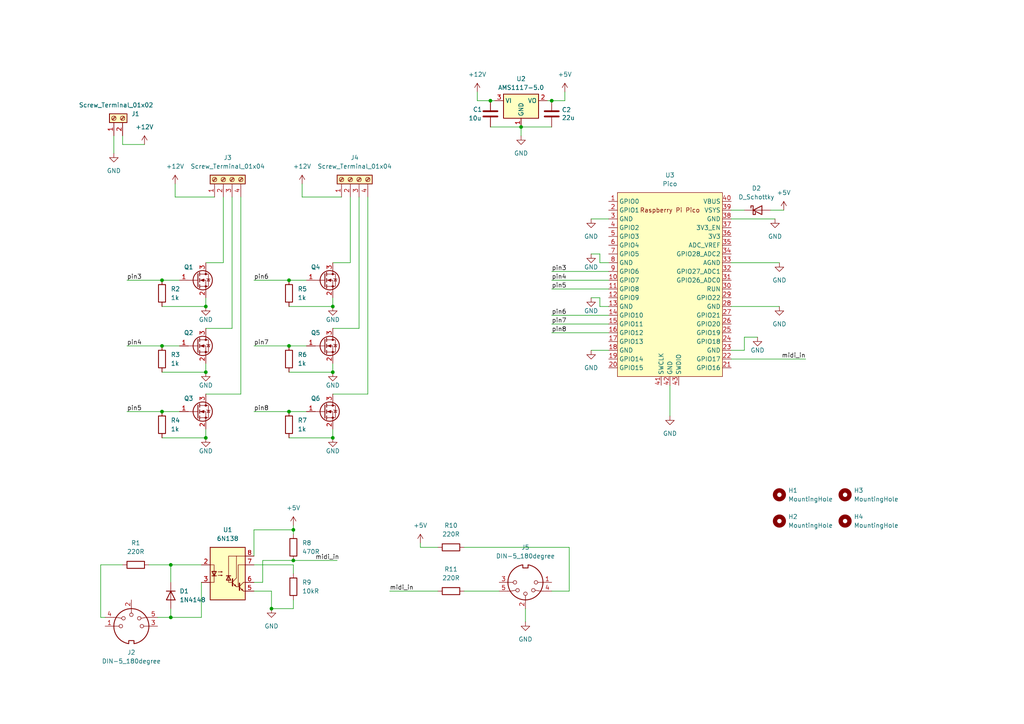
<source format=kicad_sch>
(kicad_sch (version 20230121) (generator eeschema)
  (paper "A4")
  (lib_symbols
    (symbol "Connector:DIN-5_180degree" (pin_names (offset 1.016))
      (property "Reference" "J" (at 3.175 5.715 0))
      (property "Value" "DIN-5_180degree" (at 0 -6.35 0))
      (symbol "DIN-5_180degree_0_1"
        (arc (start -5.08 0) (mid -3.8609 -3.3364) (end -0.762 -5.08) (stroke (width 0.254)))
        (circle (center -3.048 0) (radius 0.508))
        (circle (center -2.286 2.286) (radius 0.508))
        (polyline (pts (xy -5.08 0) (xy -3.556 0)))
        (polyline (pts (xy 0 5.08) (xy 0 3.81)))
        (polyline (pts (xy 5.08 0) (xy 3.556 0)))
        (polyline (pts (xy -5.08 2.54) (xy -4.318 2.54) (xy -2.794 2.286)))
        (polyline (pts (xy 5.08 2.54) (xy 4.318 2.54) (xy 2.794 2.286)))
        (polyline (pts (xy -0.762 -4.953) (xy -0.762 -4.191) (xy 0.762 -4.191) (xy 0.762 -4.953)) (stroke (width 0.254)))
        (circle (center 0 3.302) (radius 0.508))
        (arc (start 0.762 -5.08) (mid 3.8685 -3.343) (end 5.08 0) (stroke (width 0.254)))
        (circle (center 2.286 2.286) (radius 0.508))
        (circle (center 3.048 0) (radius 0.508))
        (arc (start 5.08 0) (mid 0 5.0579) (end -5.08 0) (stroke (width 0.254)))
      )
      (symbol "DIN-5_180degree_1_1"
        (pin passive line (at -7.62 0 0) (length 2.54) (name "~") (number "1"))
        (pin passive line (at 0 7.62 270) (length 2.54) (name "~") (number "2"))
        (pin passive line (at 7.62 0 180) (length 2.54) (name "~") (number "3"))
        (pin passive line (at -7.62 2.54 0) (length 2.54) (name "~") (number "4"))
        (pin passive line (at 7.62 2.54 180) (length 2.54) (name "~") (number "5"))
      )
    )
    (symbol "Connector:Screw_Terminal_01x02" (pin_names (offset 1.016) hide)
      (property "Reference" "J" (at 0 2.54 0))
      (property "Value" "Screw_Terminal_01x02" (at 0 -5.08 0))
      (symbol "Screw_Terminal_01x02_1_1"
        (rectangle (start -1.27 1.27) (end 1.27 -3.81) (stroke (width 0.254)) (fill (type background)))
        (circle (center 0 -2.54) (radius 0.635) (stroke (width 0.1524)))
        (polyline (pts (xy -0.5334 -2.2098) (xy 0.3302 -3.048)) (stroke (width 0.1524)))
        (polyline (pts (xy -0.5334 0.3302) (xy 0.3302 -0.508)) (stroke (width 0.1524)))
        (polyline (pts (xy -0.3556 -2.032) (xy 0.508 -2.8702)) (stroke (width 0.1524)))
        (polyline (pts (xy -0.3556 0.508) (xy 0.508 -0.3302)) (stroke (width 0.1524)))
        (circle (center 0 0) (radius 0.635) (stroke (width 0.1524)))
        (pin passive line (at -5.08 0 0) (length 3.81) (name "Pin_1") (number "1"))
        (pin passive line (at -5.08 -2.54 0) (length 3.81) (name "Pin_2") (number "2"))
      )
    )
    (symbol "Connector:Screw_Terminal_01x04" (pin_names (offset 1.016) hide)
      (property "Reference" "J" (at 0 5.08 0))
      (property "Value" "Screw_Terminal_01x04" (at 0 -7.62 0))
      (symbol "Screw_Terminal_01x04_1_1"
        (rectangle (start -1.27 3.81) (end 1.27 -6.35) (stroke (width 0.254)) (fill (type background)))
        (circle (center 0 -5.08) (radius 0.635) (stroke (width 0.1524)))
        (circle (center 0 -2.54) (radius 0.635) (stroke (width 0.1524)))
        (polyline (pts (xy -0.5334 -4.7498) (xy 0.3302 -5.588)) (stroke (width 0.1524)))
        (polyline (pts (xy -0.5334 -2.2098) (xy 0.3302 -3.048)) (stroke (width 0.1524)))
        (polyline (pts (xy -0.5334 0.3302) (xy 0.3302 -0.508)) (stroke (width 0.1524)))
        (polyline (pts (xy -0.5334 2.8702) (xy 0.3302 2.032)) (stroke (width 0.1524)))
        (polyline (pts (xy -0.3556 -4.572) (xy 0.508 -5.4102)) (stroke (width 0.1524)))
        (polyline (pts (xy -0.3556 -2.032) (xy 0.508 -2.8702)) (stroke (width 0.1524)))
        (polyline (pts (xy -0.3556 0.508) (xy 0.508 -0.3302)) (stroke (width 0.1524)))
        (polyline (pts (xy -0.3556 3.048) (xy 0.508 2.2098)) (stroke (width 0.1524)))
        (circle (center 0 0) (radius 0.635) (stroke (width 0.1524)))
        (circle (center 0 2.54) (radius 0.635) (stroke (width 0.1524)))
        (pin passive line (at -5.08 2.54 0) (length 3.81) (name "Pin_1") (number "1"))
        (pin passive line (at -5.08 0 0) (length 3.81) (name "Pin_2") (number "2"))
        (pin passive line (at -5.08 -2.54 0) (length 3.81) (name "Pin_3") (number "3"))
        (pin passive line (at -5.08 -5.08 0) (length 3.81) (name "Pin_4") (number "4"))
      )
    )
    (symbol "Device:D_Schottky" (pin_numbers hide) (pin_names (offset 1.016) hide)
      (property "Reference" "D" (at 0 2.54 0))
      (property "Value" "D_Schottky" (at 0 -2.54 0))
      (symbol "D_Schottky_0_1"
        (polyline (pts (xy 1.27 0) (xy -1.27 0)))
        (polyline (pts (xy 1.27 1.27) (xy 1.27 -1.27) (xy -1.27 0) (xy 1.27 1.27)) (stroke (width 0.254)))
        (polyline (pts (xy -1.905 0.635) (xy -1.905 1.27) (xy -1.27 1.27) (xy -1.27 -1.27) (xy -0.635 -1.27) (xy -0.635 -0.635)) (stroke (width 0.254)))
      )
      (symbol "D_Schottky_1_1"
        (pin passive line (at -3.81 0 0) (length 2.54) (name "K") (number "1"))
        (pin passive line (at 3.81 0 180) (length 2.54) (name "A") (number "2"))
      )
    )
    (symbol "Device:R" (pin_numbers hide) (pin_names (offset 0))
      (property "Reference" "R" (at 2.032 0 90))
      (property "Value" "R" (at 0 0 90))
      (symbol "R_0_1"
        (rectangle (start -1.016 -2.54) (end 1.016 2.54) (stroke (width 0.254)))
      )
      (symbol "R_1_1"
        (pin passive line (at 0 3.81 270) (length 1.27) (name "~") (number "1"))
        (pin passive line (at 0 -3.81 90) (length 1.27) (name "~") (number "2"))
      )
    )
    (symbol "Diode:1N4148" (pin_numbers hide) (pin_names hide)
      (property "Reference" "D" (at 0 2.54 0))
      (property "Value" "1N4148" (at 0 -2.54 0))
      (symbol "1N4148_0_1"
        (polyline (pts (xy -1.27 1.27) (xy -1.27 -1.27)) (stroke (width 0.254)))
        (polyline (pts (xy 1.27 0) (xy -1.27 0)))
        (polyline (pts (xy 1.27 1.27) (xy 1.27 -1.27) (xy -1.27 0) (xy 1.27 1.27)) (stroke (width 0.254)))
      )
      (symbol "1N4148_1_1"
        (pin passive line (at -3.81 0 0) (length 2.54) (name "K") (number "1"))
        (pin passive line (at 3.81 0 180) (length 2.54) (name "A") (number "2"))
      )
    )
    (symbol "Isolator:6N138" (pin_names (offset 1.016) hide)
      (property "Reference" "U" (at -4.064 8.89 0))
      (property "Value" "6N138" (at 2.286 8.89 0))
      (symbol "6N138_0_1"
        (rectangle (start -5.08 7.62) (end 5.08 -7.62) (stroke (width 0.254)) (fill (type background)))
        (polyline (pts (xy -4.572 -0.635) (xy -3.302 -0.635)) (stroke (width 0.254)))
        (polyline (pts (xy 0.889 -0.635) (xy -0.381 -0.635)) (stroke (width 0.254)))
        (polyline (pts (xy 1.397 -2.667) (xy 2.54 -3.81)))
        (polyline (pts (xy 1.397 -2.413) (xy 2.54 -1.27)))
        (polyline (pts (xy 2.54 -3.81) (xy 3.175 -3.81)))
        (polyline (pts (xy 3.429 -3.937) (xy 4.572 -5.08)))
        (polyline (pts (xy 3.429 -3.683) (xy 4.572 -2.54)))
        (polyline (pts (xy 4.572 -5.08) (xy 5.08 -5.08)))
        (polyline (pts (xy 4.572 -2.54) (xy 5.08 -2.54)))
        (polyline (pts (xy 1.397 -1.524) (xy 1.397 -3.556) (xy 1.397 -3.556)) (stroke (width 0.3556)))
        (polyline (pts (xy 2.54 -1.27) (xy 2.54 5.08) (xy 5.08 5.08)))
        (polyline (pts (xy 3.429 -2.794) (xy 3.429 -4.826) (xy 3.429 -4.826)) (stroke (width 0.3556)))
        (polyline (pts (xy 5.08 2.54) (xy 3.048 2.54) (xy 3.048 -3.81)))
        (polyline (pts (xy -5.08 -2.54) (xy -3.937 -2.54) (xy -3.937 2.54) (xy -5.08 2.54)))
        (polyline (pts (xy -3.937 -0.635) (xy -4.572 0.635) (xy -3.302 0.635) (xy -3.937 -0.635)) (stroke (width 0.254)))
        (polyline (pts (xy 0.254 -0.635) (xy 0.889 -1.905) (xy -0.381 -1.905) (xy 0.254 -0.635)) (stroke (width 0.254)))
        (polyline (pts (xy 1.27 -2.54) (xy 0.254 -2.54) (xy 0.254 5.08) (xy 2.54 5.08)))
        (polyline (pts (xy 2.413 -3.683) (xy 2.159 -3.175) (xy 1.905 -3.429) (xy 2.413 -3.683)))
        (polyline (pts (xy 4.445 -4.953) (xy 4.191 -4.445) (xy 3.937 -4.699) (xy 4.445 -4.953)))
        (polyline (pts (xy -2.794 -0.508) (xy -1.524 -0.508) (xy -1.905 -0.635) (xy -1.905 -0.381) (xy -1.524 -0.508)))
        (polyline (pts (xy -2.794 0.508) (xy -1.524 0.508) (xy -1.905 0.381) (xy -1.905 0.635) (xy -1.524 0.508)))
      )
      (symbol "6N138_1_1"
        (pin no_connect line (at -5.08 5.08 0) (length 2.54) hide (name "NC") (number "1"))
        (pin passive line (at -7.62 2.54 0) (length 2.54) (name "C1") (number "2"))
        (pin passive line (at -7.62 -2.54 0) (length 2.54) (name "C2") (number "3"))
        (pin no_connect line (at -5.08 -5.08 0) (length 2.54) hide (name "NC") (number "4"))
        (pin passive line (at 7.62 -5.08 180) (length 2.54) (name "GND") (number "5"))
        (pin passive line (at 7.62 -2.54 180) (length 2.54) (name "VO2") (number "6"))
        (pin passive line (at 7.62 2.54 180) (length 2.54) (name "VO1") (number "7"))
        (pin passive line (at 7.62 5.08 180) (length 2.54) (name "VCC") (number "8"))
      )
    )
    (symbol "MCU_RaspberryPi_and_Boards:Pico"
      (property "Reference" "U" (at -13.97 27.94 0))
      (property "Value" "Pico" (at 0 19.05 0))
      (symbol "Pico_0_0"
        (text "Raspberry Pi Pico" (at 0 21.59 0) (effects (font (size 1.27 1.27))))
      )
      (symbol "Pico_0_1"
        (rectangle (start -15.24 26.67) (end 15.24 -26.67) (fill (type background)))
      )
      (symbol "Pico_1_1"
        (pin bidirectional line (at -17.78 24.13 0) (length 2.54) (name "GPIO0") (number "1"))
        (pin bidirectional line (at -17.78 1.27 0) (length 2.54) (name "GPIO7") (number "10"))
        (pin bidirectional line (at -17.78 -1.27 0) (length 2.54) (name "GPIO8") (number "11"))
        (pin bidirectional line (at -17.78 -3.81 0) (length 2.54) (name "GPIO9") (number "12"))
        (pin power_in line (at -17.78 -6.35 0) (length 2.54) (name "GND") (number "13"))
        (pin bidirectional line (at -17.78 -8.89 0) (length 2.54) (name "GPIO10") (number "14"))
        (pin bidirectional line (at -17.78 -11.43 0) (length 2.54) (name "GPIO11") (number "15"))
        (pin bidirectional line (at -17.78 -13.97 0) (length 2.54) (name "GPIO12") (number "16"))
        (pin bidirectional line (at -17.78 -16.51 0) (length 2.54) (name "GPIO13") (number "17"))
        (pin power_in line (at -17.78 -19.05 0) (length 2.54) (name "GND") (number "18"))
        (pin bidirectional line (at -17.78 -21.59 0) (length 2.54) (name "GPIO14") (number "19"))
        (pin bidirectional line (at -17.78 21.59 0) (length 2.54) (name "GPIO1") (number "2"))
        (pin bidirectional line (at -17.78 -24.13 0) (length 2.54) (name "GPIO15") (number "20"))
        (pin bidirectional line (at 17.78 -24.13 180) (length 2.54) (name "GPIO16") (number "21"))
        (pin bidirectional line (at 17.78 -21.59 180) (length 2.54) (name "GPIO17") (number "22"))
        (pin power_in line (at 17.78 -19.05 180) (length 2.54) (name "GND") (number "23"))
        (pin bidirectional line (at 17.78 -16.51 180) (length 2.54) (name "GPIO18") (number "24"))
        (pin bidirectional line (at 17.78 -13.97 180) (length 2.54) (name "GPIO19") (number "25"))
        (pin bidirectional line (at 17.78 -11.43 180) (length 2.54) (name "GPIO20") (number "26"))
        (pin bidirectional line (at 17.78 -8.89 180) (length 2.54) (name "GPIO21") (number "27"))
        (pin power_in line (at 17.78 -6.35 180) (length 2.54) (name "GND") (number "28"))
        (pin bidirectional line (at 17.78 -3.81 180) (length 2.54) (name "GPIO22") (number "29"))
        (pin power_in line (at -17.78 19.05 0) (length 2.54) (name "GND") (number "3"))
        (pin input line (at 17.78 -1.27 180) (length 2.54) (name "RUN") (number "30"))
        (pin bidirectional line (at 17.78 1.27 180) (length 2.54) (name "GPIO26_ADC0") (number "31"))
        (pin bidirectional line (at 17.78 3.81 180) (length 2.54) (name "GPIO27_ADC1") (number "32"))
        (pin power_in line (at 17.78 6.35 180) (length 2.54) (name "AGND") (number "33"))
        (pin bidirectional line (at 17.78 8.89 180) (length 2.54) (name "GPIO28_ADC2") (number "34"))
        (pin power_in line (at 17.78 11.43 180) (length 2.54) (name "ADC_VREF") (number "35"))
        (pin power_in line (at 17.78 13.97 180) (length 2.54) (name "3V3") (number "36"))
        (pin input line (at 17.78 16.51 180) (length 2.54) (name "3V3_EN") (number "37"))
        (pin bidirectional line (at 17.78 19.05 180) (length 2.54) (name "GND") (number "38"))
        (pin power_in line (at 17.78 21.59 180) (length 2.54) (name "VSYS") (number "39"))
        (pin bidirectional line (at -17.78 16.51 0) (length 2.54) (name "GPIO2") (number "4"))
        (pin power_in line (at 17.78 24.13 180) (length 2.54) (name "VBUS") (number "40"))
        (pin input line (at -2.54 -29.21 90) (length 2.54) (name "SWCLK") (number "41"))
        (pin power_in line (at 0 -29.21 90) (length 2.54) (name "GND") (number "42"))
        (pin bidirectional line (at 2.54 -29.21 90) (length 2.54) (name "SWDIO") (number "43"))
        (pin bidirectional line (at -17.78 13.97 0) (length 2.54) (name "GPIO3") (number "5"))
        (pin bidirectional line (at -17.78 11.43 0) (length 2.54) (name "GPIO4") (number "6"))
        (pin bidirectional line (at -17.78 8.89 0) (length 2.54) (name "GPIO5") (number "7"))
        (pin power_in line (at -17.78 6.35 0) (length 2.54) (name "GND") (number "8"))
        (pin bidirectional line (at -17.78 3.81 0) (length 2.54) (name "GPIO6") (number "9"))
      )
    )
    (symbol "Mechanical:MountingHole" (pin_names (offset 1.016))
      (property "Reference" "H" (at 0 5.08 0))
      (property "Value" "MountingHole" (at 0 3.175 0))
      (symbol "MountingHole_0_1"
        (circle (center 0 0) (radius 1.27) (stroke (width 1.27)))
      )
    )
    (symbol "RP2040_minimal-rescue:C-Device" (pin_numbers hide) (pin_names (offset 0.254))
      (property "Reference" "C" (at 0.635 2.54 0))
      (property "Value" "Device_C" (at 0.635 -2.54 0))
      (symbol "C-Device_0_1"
        (polyline (pts (xy -2.032 -0.762) (xy 2.032 -0.762)) (stroke (width 0.508)))
        (polyline (pts (xy -2.032 0.762) (xy 2.032 0.762)) (stroke (width 0.508)))
      )
      (symbol "C-Device_1_1"
        (pin passive line (at 0 3.81 270) (length 2.794) (name "~") (number "1"))
        (pin passive line (at 0 -3.81 90) (length 2.794) (name "~") (number "2"))
      )
    )
    (symbol "Regulator_Linear:AMS1117-5.0"
      (property "Reference" "U" (at -3.81 3.175 0))
      (property "Value" "AMS1117-5.0" (at 0 3.175 0))
      (symbol "AMS1117-5.0_0_1"
        (rectangle (start -5.08 -5.08) (end 5.08 1.905) (stroke (width 0.254)) (fill (type background)))
      )
      (symbol "AMS1117-5.0_1_1"
        (pin power_in line (at 0 -7.62 90) (length 2.54) (name "GND") (number "1"))
        (pin power_out line (at 7.62 0 180) (length 2.54) (name "VO") (number "2"))
        (pin power_in line (at -7.62 0 0) (length 2.54) (name "VI") (number "3"))
      )
    )
    (symbol "Transistor_FET:AO3400A" (pin_names hide)
      (property "Reference" "Q" (at 5.08 1.905 0))
      (property "Value" "AO3400A" (at 5.08 0 0))
      (symbol "AO3400A_0_1"
        (polyline (pts (xy 0.254 0) (xy -2.54 0)))
        (polyline (pts (xy 0.254 1.905) (xy 0.254 -1.905)) (stroke (width 0.254)))
        (polyline (pts (xy 0.762 -1.27) (xy 0.762 -2.286)) (stroke (width 0.254)))
        (polyline (pts (xy 0.762 0.508) (xy 0.762 -0.508)) (stroke (width 0.254)))
        (polyline (pts (xy 0.762 2.286) (xy 0.762 1.27)) (stroke (width 0.254)))
        (polyline (pts (xy 2.54 2.54) (xy 2.54 1.778)))
        (polyline (pts (xy 2.54 -2.54) (xy 2.54 0) (xy 0.762 0)))
        (polyline (pts (xy 0.762 -1.778) (xy 3.302 -1.778) (xy 3.302 1.778) (xy 0.762 1.778)))
        (polyline (pts (xy 1.016 0) (xy 2.032 0.381) (xy 2.032 -0.381) (xy 1.016 0)) (fill (type outline)))
        (polyline (pts (xy 2.794 0.508) (xy 2.921 0.381) (xy 3.683 0.381) (xy 3.81 0.254)))
        (polyline (pts (xy 3.302 0.381) (xy 2.921 -0.254) (xy 3.683 -0.254) (xy 3.302 0.381)))
        (circle (center 1.651 0) (radius 2.794) (stroke (width 0.254)))
        (circle (center 2.54 -1.778) (radius 0.254) (fill (type outline)))
        (circle (center 2.54 1.778) (radius 0.254) (fill (type outline)))
      )
      (symbol "AO3400A_1_1"
        (pin input line (at -5.08 0 0) (length 2.54) (name "G") (number "1"))
        (pin passive line (at 2.54 -5.08 90) (length 2.54) (name "S") (number "2"))
        (pin passive line (at 2.54 5.08 270) (length 2.54) (name "D") (number "3"))
      )
    )
    (symbol "power:+12V" (power) (pin_names (offset 0))
      (property "Value" "+12V" (at 0 3.556 0))
      (symbol "+12V_0_1"
        (polyline (pts (xy -0.762 1.27) (xy 0 2.54)))
        (polyline (pts (xy 0 0) (xy 0 2.54)))
        (polyline (pts (xy 0 2.54) (xy 0.762 1.27)))
      )
      (symbol "+12V_1_1"
        (pin power_in line (at 0 0 90) (length 0) hide (name "+12V") (number "1"))
      )
    )
    (symbol "power:+5V" (power) (pin_names (offset 0))
      (property "Value" "+5V" (at 0 3.556 0))
      (symbol "+5V_0_1"
        (polyline (pts (xy -0.762 1.27) (xy 0 2.54)))
        (polyline (pts (xy 0 0) (xy 0 2.54)))
        (polyline (pts (xy 0 2.54) (xy 0.762 1.27)))
      )
      (symbol "+5V_1_1"
        (pin power_in line (at 0 0 90) (length 0) hide (name "+5V") (number "1"))
      )
    )
    (symbol "power:GND" (power) (pin_names (offset 0))
      (property "Value" "GND" (at 0 -3.81 0))
      (symbol "GND_0_1"
        (polyline (pts (xy 0 0) (xy 0 -1.27) (xy 1.27 -1.27) (xy 0 -2.54) (xy -1.27 -1.27) (xy 0 -1.27)))
      )
      (symbol "GND_1_1"
        (pin power_in line (at 0 0 270) (length 0) hide (name "GND") (number "1"))
      )
    )
  )
  (junction (at 96.52 127))
  (junction (at 85.09 153.67))
  (junction (at 96.52 107.95))
  (junction (at 78.74 176.53))
  (junction (at 59.69 127))
  (junction (at 142.24 29.21))
  (junction (at 151.13 36.83))
  (junction (at 49.53 163.83))
  (junction (at 46.99 100.33))
  (junction (at 160.02 29.21))
  (junction (at 83.82 100.33))
  (junction (at 46.99 81.28))
  (junction (at 59.69 88.9))
  (junction (at 49.53 179.07))
  (junction (at 85.09 162.56))
  (junction (at 46.99 119.38))
  (junction (at 96.52 88.9))
  (junction (at 83.82 119.38))
  (junction (at 83.82 81.28))
  (junction (at 59.69 107.95))
  (wire (pts (xy 173.99 86.36) (xy 173.99 88.9)))
  (wire (pts (xy 104.14 95.25) (xy 104.14 57.15)))
  (wire (pts (xy 41.91 41.91) (xy 35.56 41.91)))
  (wire (pts (xy 215.9 97.79) (xy 219.71 97.79)))
  (wire (pts (xy 73.66 119.38) (xy 83.82 119.38)))
  (wire (pts (xy 194.31 111.76) (xy 194.31 120.65)))
  (wire (pts (xy 160.02 81.28) (xy 176.53 81.28)))
  (wire (pts (xy 83.82 88.9) (xy 96.52 88.9)))
  (wire (pts (xy 121.92 157.48) (xy 121.92 158.75)))
  (wire (pts (xy 96.52 95.25) (xy 104.14 95.25)))
  (wire (pts (xy 36.83 100.33) (xy 46.99 100.33)))
  (wire (pts (xy 173.99 76.2) (xy 176.53 76.2)))
  (wire (pts (xy 59.69 86.36) (xy 59.69 88.9)))
  (wire (pts (xy 215.9 101.6) (xy 212.09 101.6)))
  (wire (pts (xy 46.99 100.33) (xy 52.07 100.33)))
  (wire (pts (xy 29.21 163.83) (xy 35.56 163.83)))
  (wire (pts (xy 163.83 26.67) (xy 163.83 29.21)))
  (wire (pts (xy 96.52 114.3) (xy 106.68 114.3)))
  (wire (pts (xy 212.09 60.96) (xy 215.9 60.96)))
  (wire (pts (xy 160.02 96.52) (xy 176.53 96.52)))
  (wire (pts (xy 134.62 158.75) (xy 165.1 158.75)))
  (wire (pts (xy 121.92 158.75) (xy 127 158.75)))
  (wire (pts (xy 171.45 86.36) (xy 173.99 86.36)))
  (wire (pts (xy 96.52 88.9) (xy 96.52 86.36)))
  (wire (pts (xy 50.8 57.15) (xy 62.23 57.15)))
  (wire (pts (xy 171.45 73.66) (xy 173.99 73.66)))
  (wire (pts (xy 160.02 83.82) (xy 176.53 83.82)))
  (wire (pts (xy 113.03 171.45) (xy 127 171.45)))
  (wire (pts (xy 83.82 127) (xy 96.52 127)))
  (wire (pts (xy 49.53 163.83) (xy 49.53 168.91)))
  (wire (pts (xy 83.82 107.95) (xy 96.52 107.95)))
  (wire (pts (xy 85.09 162.56) (xy 97.79 162.56)))
  (wire (pts (xy 134.62 171.45) (xy 144.78 171.45)))
  (wire (pts (xy 96.52 107.95) (xy 96.52 105.41)))
  (wire (pts (xy 76.2 168.91) (xy 76.2 162.56)))
  (wire (pts (xy 85.09 176.53) (xy 78.74 176.53)))
  (wire (pts (xy 58.42 179.07) (xy 58.42 168.91)))
  (wire (pts (xy 96.52 127) (xy 96.52 124.46)))
  (wire (pts (xy 50.8 57.15) (xy 50.8 53.34)))
  (wire (pts (xy 151.13 36.83) (xy 160.02 36.83)))
  (wire (pts (xy 46.99 127) (xy 59.69 127)))
  (wire (pts (xy 212.09 76.2) (xy 226.06 76.2)))
  (wire (pts (xy 96.52 76.2) (xy 101.6 76.2)))
  (wire (pts (xy 46.99 119.38) (xy 52.07 119.38)))
  (wire (pts (xy 49.53 176.53) (xy 49.53 179.07)))
  (wire (pts (xy 101.6 76.2) (xy 101.6 57.15)))
  (wire (pts (xy 142.24 36.83) (xy 151.13 36.83)))
  (wire (pts (xy 67.31 95.25) (xy 67.31 57.15)))
  (wire (pts (xy 73.66 163.83) (xy 85.09 163.83)))
  (wire (pts (xy 83.82 100.33) (xy 88.9 100.33)))
  (wire (pts (xy 160.02 29.21) (xy 163.83 29.21)))
  (wire (pts (xy 59.69 114.3) (xy 69.85 114.3)))
  (wire (pts (xy 73.66 100.33) (xy 83.82 100.33)))
  (wire (pts (xy 76.2 162.56) (xy 85.09 162.56)))
  (wire (pts (xy 215.9 97.79) (xy 215.9 101.6)))
  (wire (pts (xy 43.18 163.83) (xy 49.53 163.83)))
  (wire (pts (xy 36.83 81.28) (xy 46.99 81.28)))
  (wire (pts (xy 49.53 163.83) (xy 58.42 163.83)))
  (wire (pts (xy 171.45 63.5) (xy 176.53 63.5)))
  (wire (pts (xy 46.99 107.95) (xy 59.69 107.95)))
  (wire (pts (xy 59.69 107.95) (xy 59.69 105.41)))
  (wire (pts (xy 83.82 81.28) (xy 88.9 81.28)))
  (wire (pts (xy 106.68 114.3) (xy 106.68 57.15)))
  (wire (pts (xy 138.43 26.67) (xy 138.43 29.21)))
  (wire (pts (xy 85.09 152.4) (xy 85.09 153.67)))
  (wire (pts (xy 29.21 163.83) (xy 29.21 179.07)))
  (wire (pts (xy 142.24 29.21) (xy 143.51 29.21)))
  (wire (pts (xy 59.69 76.2) (xy 64.77 76.2)))
  (wire (pts (xy 212.09 63.5) (xy 224.79 63.5)))
  (wire (pts (xy 49.53 179.07) (xy 58.42 179.07)))
  (wire (pts (xy 160.02 78.74) (xy 176.53 78.74)))
  (wire (pts (xy 59.69 95.25) (xy 67.31 95.25)))
  (wire (pts (xy 33.02 39.37) (xy 33.02 44.45)))
  (wire (pts (xy 73.66 81.28) (xy 83.82 81.28)))
  (wire (pts (xy 85.09 153.67) (xy 85.09 154.94)))
  (wire (pts (xy 87.63 57.15) (xy 87.63 53.34)))
  (wire (pts (xy 73.66 161.29) (xy 73.66 153.67)))
  (wire (pts (xy 87.63 57.15) (xy 99.06 57.15)))
  (wire (pts (xy 35.56 41.91) (xy 35.56 39.37)))
  (wire (pts (xy 59.69 127) (xy 59.69 124.46)))
  (wire (pts (xy 165.1 158.75) (xy 165.1 171.45)))
  (wire (pts (xy 73.66 153.67) (xy 85.09 153.67)))
  (wire (pts (xy 152.4 176.53) (xy 152.4 180.34)))
  (wire (pts (xy 46.99 81.28) (xy 52.07 81.28)))
  (wire (pts (xy 212.09 88.9) (xy 226.06 88.9)))
  (wire (pts (xy 36.83 119.38) (xy 46.99 119.38)))
  (wire (pts (xy 73.66 168.91) (xy 76.2 168.91)))
  (wire (pts (xy 165.1 171.45) (xy 160.02 171.45)))
  (wire (pts (xy 73.66 171.45) (xy 78.74 171.45)))
  (wire (pts (xy 160.02 91.44) (xy 176.53 91.44)))
  (wire (pts (xy 160.02 93.98) (xy 176.53 93.98)))
  (wire (pts (xy 85.09 173.99) (xy 85.09 176.53)))
  (wire (pts (xy 69.85 114.3) (xy 69.85 57.15)))
  (wire (pts (xy 85.09 163.83) (xy 85.09 166.37)))
  (wire (pts (xy 46.99 88.9) (xy 59.69 88.9)))
  (wire (pts (xy 158.75 29.21) (xy 160.02 29.21)))
  (wire (pts (xy 45.72 179.07) (xy 49.53 179.07)))
  (wire (pts (xy 30.48 179.07) (xy 29.21 179.07)))
  (wire (pts (xy 138.43 29.21) (xy 142.24 29.21)))
  (wire (pts (xy 151.13 36.83) (xy 151.13 39.37)))
  (wire (pts (xy 83.82 119.38) (xy 88.9 119.38)))
  (wire (pts (xy 171.45 101.6) (xy 176.53 101.6)))
  (wire (pts (xy 223.52 60.96) (xy 227.33 60.96)))
  (wire (pts (xy 173.99 73.66) (xy 173.99 76.2)))
  (wire (pts (xy 173.99 88.9) (xy 176.53 88.9)))
  (wire (pts (xy 212.09 104.14) (xy 233.68 104.14)))
  (wire (pts (xy 78.74 171.45) (xy 78.74 176.53)))
  (wire (pts (xy 64.77 76.2) (xy 64.77 57.15)))
  (label "midi_in" (at 91.44 162.56 0))
  (label "pin3" (at 36.83 81.28 0))
  (label "pin7" (at 160.02 93.98 0))
  (label "midi_in" (at 113.03 171.45 0))
  (label "pin7" (at 73.66 100.33 0))
  (label "pin5" (at 160.02 83.82 0))
  (label "pin3" (at 160.02 78.74 0))
  (label "pin5" (at 36.83 119.38 0))
  (label "pin8" (at 73.66 119.38 0))
  (label "pin6" (at 160.02 91.44 0))
  (label "pin8" (at 160.02 96.52 0))
  (label "pin4" (at 160.02 81.28 0))
  (label "midi_in" (at 233.68 104.14 180))
  (label "pin6" (at 73.66 81.28 0))
  (label "pin4" (at 36.83 100.33 0))
  (symbol (lib_id "power:+12V") (at 87.63 53.34 0) (unit 1)
    (property "Reference" "#PWR09" (effects hide))
    (property "Value" "+12V" (at 87.63 48.26 0))
  )
  (symbol (lib_id "power:GND") (at 96.52 107.95 0) (unit 1)
    (property "Reference" "#PWR011" (effects hide))
    (property "Value" "GND" (at 96.52 111.76 0))
  )
  (symbol (lib_id "Device:R") (at 46.99 123.19 0) (unit 1)
    (property "Reference" "R4" (at 49.53 121.92 0) (effects (justify left)))
    (property "Value" "1k" (at 49.53 124.46 0) (effects (justify left)))
    (property "Footprint" "Resistor_SMD:R_0805_2012Metric_Pad1.20x1.40mm_HandSolder" (effects hide))
  )
  (symbol (lib_id "Device:R") (at 83.82 85.09 0) (unit 1)
    (property "Reference" "R5" (at 86.36 83.82 0) (effects (justify left)))
    (property "Value" "1k" (at 86.36 86.36 0) (effects (justify left)))
    (property "Footprint" "Resistor_SMD:R_0805_2012Metric_Pad1.20x1.40mm_HandSolder" (effects hide))
  )
  (symbol (lib_id "power:GND") (at 33.02 44.45 0) (unit 1)
    (property "Reference" "#PWR01" (effects hide))
    (property "Value" "GND" (at 33.02 49.53 0))
  )
  (symbol (lib_id "power:GND") (at 152.4 180.34 0) (unit 1)
    (property "Reference" "#PWR016" (effects hide))
    (property "Value" "GND" (at 152.4 185.42 0))
  )
  (symbol (lib_id "power:+12V") (at 50.8 53.34 0) (unit 1)
    (property "Reference" "#PWR03" (effects hide))
    (property "Value" "+12V" (at 50.8 48.26 0))
  )
  (symbol (lib_id "power:GND") (at 226.06 76.2 0) (unit 1)
    (property "Reference" "#PWR025" (effects hide))
    (property "Value" "GND" (at 226.06 81.28 0))
  )
  (symbol (lib_id "power:GND") (at 171.45 101.6 0) (unit 1)
    (property "Reference" "#PWR021" (effects hide))
    (property "Value" "GND" (at 171.45 106.68 0))
  )
  (symbol (lib_id "Mechanical:MountingHole") (at 226.06 143.51 0) (unit 1)
    (property "Reference" "H1" (at 228.6 142.24 0) (effects (justify left)))
    (property "Value" "MountingHole" (at 228.6 144.78 0) (effects (justify left)))
  )
  (symbol (lib_id "Mechanical:MountingHole") (at 245.11 143.51 0) (unit 1)
    (property "Reference" "H3" (at 247.65 142.24 0) (effects (justify left)))
    (property "Value" "MountingHole" (at 247.65 144.78 0) (effects (justify left)))
  )
  (symbol (lib_id "Connector:DIN-5_180degree") (at 38.1 181.61 0) (unit 1)
    (property "Reference" "J2" (at 38.1001 189.23 0))
    (property "Value" "DIN-5_180degree" (at 38.1001 191.77 0))
    (property "Footprint" "jlc-pcb-lib:din-504-M10" (effects hide))
    (property "Datasheet" "http://www.mouser.com/ds/2/18/40_c091_abd_e-75918.pdf" (effects hide))
    (property "LCSC" "C2939344" (effects hide))
  )
  (symbol (lib_id "power:+5V") (at 163.83 26.67 0) (unit 1)
    (property "Reference" "#PWR017" (effects hide))
    (property "Value" "+5V" (at 163.83 21.59 0))
  )
  (symbol (lib_id "power:+12V") (at 138.43 26.67 0) (unit 1)
    (property "Reference" "#PWR014" (effects hide))
    (property "Value" "+12V" (at 138.43 21.59 0))
  )
  (symbol (lib_id "Device:R") (at 85.09 170.18 0) (unit 1)
    (property "Reference" "R9" (at 87.63 168.91 0) (effects (justify left)))
    (property "Value" "10kR" (at 87.63 171.45 0) (effects (justify left)))
    (property "Footprint" "Resistor_SMD:R_0805_2012Metric_Pad1.20x1.40mm_HandSolder" (effects hide))
  )
  (symbol (lib_id "MCU_RaspberryPi_and_Boards:Pico") (at 194.31 82.55 0) (unit 1)
    (property "Reference" "U3" (at 194.31 50.8 0))
    (property "Value" "Pico" (at 194.31 53.34 0))
    (property "Footprint" "MCU_RaspberryPi_and_Boards:RPi_Pico_SMD_TH" (effects hide))
  )
  (symbol (lib_id "Transistor_FET:AO3400A") (at 93.98 100.33 0) (unit 1)
    (property "Reference" "Q5" (at 90.17 96.52 0) (effects (justify left)))
    (property "Value" "IRLZ44N" (effects hide))
    (property "Footprint" "Package_TO_SOT_SMD:SOT-23" (effects hide))
    (property "Datasheet" "http://www.aosmd.com/pdfs/datasheet/AO3400A.pdf" (effects hide))
  )
  (symbol (lib_id "power:+5V") (at 121.92 157.48 0) (unit 1)
    (property "Reference" "#PWR013" (effects hide))
    (property "Value" "+5V" (at 121.92 152.4 0))
  )
  (symbol (lib_id "Device:R") (at 85.09 158.75 0) (unit 1)
    (property "Reference" "R8" (at 87.63 157.48 0) (effects (justify left)))
    (property "Value" "470R" (at 87.63 160.02 0) (effects (justify left)))
    (property "Footprint" "Resistor_SMD:R_0805_2012Metric_Pad1.20x1.40mm_HandSolder" (effects hide))
  )
  (symbol (lib_id "Device:D_Schottky") (at 219.71 60.96 0) (unit 1)
    (property "Reference" "D2" (at 219.3925 54.61 0))
    (property "Value" "D_Schottky" (at 219.3925 57.15 0))
    (property "Footprint" "Diode_SMD:D_SOD-123" (effects hide))
  )
  (symbol (lib_id "power:GND") (at 59.69 127 0) (unit 1)
    (property "Reference" "#PWR06" (effects hide))
    (property "Value" "GND" (at 59.69 130.81 0))
  )
  (symbol (lib_id "power:GND") (at 96.52 88.9 0) (unit 1)
    (property "Reference" "#PWR010" (effects hide))
    (property "Value" "GND" (at 96.52 92.71 0))
  )
  (symbol (lib_id "Transistor_FET:AO3400A") (at 93.98 119.38 0) (unit 1)
    (property "Reference" "Q6" (at 90.17 115.57 0) (effects (justify left)))
    (property "Value" "IRLZ44N" (effects hide))
    (property "Footprint" "Package_TO_SOT_SMD:SOT-23" (effects hide))
    (property "Datasheet" "http://www.aosmd.com/pdfs/datasheet/AO3400A.pdf" (effects hide))
  )
  (symbol (lib_id "power:GND") (at 59.69 107.95 0) (unit 1)
    (property "Reference" "#PWR05" (effects hide))
    (property "Value" "GND" (at 59.69 111.76 0))
  )
  (symbol (lib_id "Connector:DIN-5_180degree") (at 152.4 168.91 180) (unit 1)
    (property "Reference" "J5" (at 152.3999 158.75 0))
    (property "Value" "DIN-5_180degree" (at 152.3999 161.29 0))
    (property "Footprint" "jlc-pcb-lib:din-504-M10" (effects hide))
    (property "Datasheet" "http://www.mouser.com/ds/2/18/40_c091_abd_e-75918.pdf" (effects hide))
    (property "LCSC" "C2939344" (effects hide))
  )
  (symbol (lib_id "Diode:1N4148") (at 49.53 172.72 270) (unit 1)
    (property "Reference" "D1" (at 52.07 171.45 90) (effects (justify left)))
    (property "Value" "1N4148" (at 52.07 173.99 90) (effects (justify left)))
    (property "Footprint" "Diode_SMD:D_SOD-123" (effects hide))
    (property "Datasheet" "https://assets.nexperia.com/documents/data-sheet/1N4148_1N4448.pdf" (effects hide))
    (property "Sim.Device" "D" (effects hide))
    (property "Sim.Pins" "1=K 2=A" (effects hide))
  )
  (symbol (lib_id "power:GND") (at 59.69 88.9 0) (unit 1)
    (property "Reference" "#PWR04" (effects hide))
    (property "Value" "GND" (at 59.69 92.71 0))
  )
  (symbol (lib_id "power:GND") (at 78.74 176.53 0) (unit 1)
    (property "Reference" "#PWR07" (effects hide))
    (property "Value" "GND" (at 78.74 181.61 0))
  )
  (symbol (lib_id "Device:R") (at 83.82 104.14 0) (unit 1)
    (property "Reference" "R6" (at 86.36 102.87 0) (effects (justify left)))
    (property "Value" "1k" (at 86.36 105.41 0) (effects (justify left)))
    (property "Footprint" "Resistor_SMD:R_0805_2012Metric_Pad1.20x1.40mm_HandSolder" (effects hide))
  )
  (symbol (lib_id "Connector:Screw_Terminal_01x04") (at 101.6 52.07 90) (unit 1)
    (property "Reference" "J4" (at 102.87 45.72 90))
    (property "Value" "Screw_Terminal_01x04" (at 102.87 48.26 90))
    (property "Footprint" "TerminalBlock:TerminalBlock_bornier-4_P5.08mm" (effects hide))
  )
  (symbol (lib_id "power:+5V") (at 85.09 152.4 0) (unit 1)
    (property "Reference" "#PWR08" (effects hide))
    (property "Value" "+5V" (at 85.09 147.32 0))
  )
  (symbol (lib_id "Device:R") (at 130.81 158.75 90) (unit 1)
    (property "Reference" "R10" (at 130.81 152.4 90))
    (property "Value" "220R" (at 130.81 154.94 90))
    (property "Footprint" "Resistor_SMD:R_0805_2012Metric_Pad1.20x1.40mm_HandSolder" (effects hide))
  )
  (symbol (lib_id "power:GND") (at 194.31 120.65 0) (unit 1)
    (property "Reference" "#PWR022" (effects hide))
    (property "Value" "GND" (at 194.31 125.73 0))
  )
  (symbol (lib_id "power:GND") (at 151.13 39.37 0) (unit 1)
    (property "Reference" "#PWR015" (effects hide))
    (property "Value" "GND" (at 151.13 44.45 0))
  )
  (symbol (lib_id "power:+12V") (at 41.91 41.91 0) (unit 1)
    (property "Reference" "#PWR02" (effects hide))
    (property "Value" "+12V" (at 41.91 36.83 0))
  )
  (symbol (lib_id "power:GND") (at 171.45 73.66 0) (unit 1)
    (property "Reference" "#PWR019" (effects hide))
    (property "Value" "GND" (at 171.45 77.47 0))
  )
  (symbol (lib_id "Connector:Screw_Terminal_01x02") (at 33.02 34.29 90) (unit 1)
    (property "Reference" "J1" (at 38.1 33.02 90) (effects (justify right)))
    (property "Value" "Screw_Terminal_01x02" (at 22.86 30.48 90) (effects (justify right)))
    (property "Footprint" "TerminalBlock:TerminalBlock_bornier-2_P5.08mm" (effects hide))
  )
  (symbol (lib_id "Isolator:6N138") (at 66.04 166.37 0) (unit 1)
    (property "Reference" "U1" (at 66.04 153.67 0))
    (property "Value" "6N138" (at 66.04 156.21 0))
    (property "Footprint" "Package_DIP:DIP-8_W7.62mm" (effects hide))
    (property "Datasheet" "http://www.onsemi.com/pub/Collateral/HCPL2731-D.pdf" (effects hide))
  )
  (symbol (lib_id "power:GND") (at 224.79 63.5 0) (unit 1)
    (property "Reference" "#PWR024" (effects hide))
    (property "Value" "GND" (at 224.79 68.58 0))
  )
  (symbol (lib_id "power:GND") (at 171.45 86.36 0) (unit 1)
    (property "Reference" "#PWR020" (effects hide))
    (property "Value" "GND" (at 171.45 90.17 0))
  )
  (symbol (lib_id "Mechanical:MountingHole") (at 245.11 151.13 0) (unit 1)
    (property "Reference" "H4" (at 247.65 149.86 0) (effects (justify left)))
    (property "Value" "MountingHole" (at 247.65 152.4 0) (effects (justify left)))
  )
  (symbol (lib_id "Device:R") (at 39.37 163.83 90) (unit 1)
    (property "Reference" "R1" (at 39.37 157.48 90))
    (property "Value" "220R" (at 39.37 160.02 90))
    (property "Footprint" "Resistor_SMD:R_0805_2012Metric_Pad1.20x1.40mm_HandSolder" (effects hide))
  )
  (symbol (lib_id "power:GND") (at 219.71 97.79 0) (unit 1)
    (property "Reference" "#PWR023" (effects hide))
    (property "Value" "GND" (at 219.71 101.6 0))
  )
  (symbol (lib_id "power:+5V") (at 227.33 60.96 0) (unit 1)
    (property "Reference" "#PWR027" (effects hide))
    (property "Value" "+5V" (at 227.33 55.88 0))
  )
  (symbol (lib_id "power:GND") (at 226.06 88.9 0) (unit 1)
    (property "Reference" "#PWR026" (effects hide))
    (property "Value" "GND" (at 226.06 93.98 0))
  )
  (symbol (lib_id "Device:R") (at 83.82 123.19 0) (unit 1)
    (property "Reference" "R7" (at 86.36 121.92 0) (effects (justify left)))
    (property "Value" "1k" (at 86.36 124.46 0) (effects (justify left)))
    (property "Footprint" "Resistor_SMD:R_0805_2012Metric_Pad1.20x1.40mm_HandSolder" (effects hide))
  )
  (symbol (lib_id "RP2040_minimal-rescue:C-Device") (at 160.02 33.02 0) (unit 1)
    (property "Reference" "C2" (at 162.941 31.8516 0) (effects (justify left)))
    (property "Value" "22u" (at 162.941 34.163 0) (effects (justify left)))
    (property "Footprint" "Capacitor_SMD:C_0805_2012Metric" (effects hide))
  )
  (symbol (lib_id "Regulator_Linear:AMS1117-5.0") (at 151.13 29.21 0) (unit 1)
    (property "Reference" "U2" (at 151.13 22.86 0))
    (property "Value" "AMS1117-5.0" (at 151.13 25.4 0))
    (property "Footprint" "Package_TO_SOT_SMD:SOT-223-3_TabPin2" (effects hide))
    (property "Datasheet" "http://www.advanced-monolithic.com/pdf/ds1117.pdf" (effects hide))
  )
  (symbol (lib_id "Transistor_FET:AO3400A") (at 57.15 119.38 0) (unit 1)
    (property "Reference" "Q3" (at 53.34 115.57 0) (effects (justify left)))
    (property "Value" "IRLZ44N" (effects hide))
    (property "Footprint" "Package_TO_SOT_SMD:SOT-23" (effects hide))
    (property "Datasheet" "http://www.aosmd.com/pdfs/datasheet/AO3400A.pdf" (effects hide))
  )
  (symbol (lib_id "Device:R") (at 130.81 171.45 90) (unit 1)
    (property "Reference" "R11" (at 130.81 165.1 90))
    (property "Value" "220R" (at 130.81 167.64 90))
    (property "Footprint" "Resistor_SMD:R_0805_2012Metric_Pad1.20x1.40mm_HandSolder" (effects hide))
  )
  (symbol (lib_id "Device:R") (at 46.99 85.09 0) (unit 1)
    (property "Reference" "R2" (at 49.53 83.82 0) (effects (justify left)))
    (property "Value" "1k" (at 49.53 86.36 0) (effects (justify left)))
    (property "Footprint" "Resistor_SMD:R_0805_2012Metric_Pad1.20x1.40mm_HandSolder" (effects hide))
  )
  (symbol (lib_id "RP2040_minimal-rescue:C-Device") (at 142.24 33.02 0) (unit 1)
    (property "Reference" "C1" (at 137.16 31.75 0) (effects (justify left)))
    (property "Value" "10u" (at 135.89 34.29 0) (effects (justify left)))
    (property "Footprint" "Capacitor_SMD:C_0805_2012Metric" (effects hide))
  )
  (symbol (lib_id "Connector:Screw_Terminal_01x04") (at 64.77 52.07 90) (unit 1)
    (property "Reference" "J3" (at 66.04 45.72 90))
    (property "Value" "Screw_Terminal_01x04" (at 66.04 48.26 90))
    (property "Footprint" "TerminalBlock:TerminalBlock_bornier-4_P5.08mm" (effects hide))
  )
  (symbol (lib_id "Device:R") (at 46.99 104.14 0) (unit 1)
    (property "Reference" "R3" (at 49.53 102.87 0) (effects (justify left)))
    (property "Value" "1k" (at 49.53 105.41 0) (effects (justify left)))
    (property "Footprint" "Resistor_SMD:R_0805_2012Metric_Pad1.20x1.40mm_HandSolder" (effects hide))
  )
  (symbol (lib_id "Mechanical:MountingHole") (at 226.06 151.13 0) (unit 1)
    (property "Reference" "H2" (at 228.6 149.86 0) (effects (justify left)))
    (property "Value" "MountingHole" (at 228.6 152.4 0) (effects (justify left)))
  )
  (symbol (lib_id "Transistor_FET:AO3400A") (at 57.15 100.33 0) (unit 1)
    (property "Reference" "Q2" (at 53.34 96.52 0) (effects (justify left)))
    (property "Value" "IRLZ44N" (effects hide))
    (property "Footprint" "Package_TO_SOT_SMD:SOT-23" (effects hide))
    (property "Datasheet" "http://www.aosmd.com/pdfs/datasheet/AO3400A.pdf" (effects hide))
  )
  (symbol (lib_id "power:GND") (at 171.45 63.5 0) (unit 1)
    (property "Reference" "#PWR018" (effects hide))
    (property "Value" "GND" (at 171.45 68.58 0))
  )
  (symbol (lib_id "Transistor_FET:AO3400A") (at 57.15 81.28 0) (unit 1)
    (property "Reference" "Q1" (at 53.34 77.47 0) (effects (justify left)))
    (property "Value" "IRLZ44N" (effects hide))
    (property "Footprint" "Package_TO_SOT_SMD:SOT-23" (effects hide))
    (property "Datasheet" "http://www.aosmd.com/pdfs/datasheet/AO3400A.pdf" (effects hide))
  )
  (symbol (lib_id "Transistor_FET:AO3400A") (at 93.98 81.28 0) (unit 1)
    (property "Reference" "Q4" (at 90.17 77.47 0) (effects (justify left)))
    (property "Value" "IRLZ44N" (effects hide))
    (property "Footprint" "Package_TO_SOT_SMD:SOT-23" (effects hide))
    (property "Datasheet" "http://www.aosmd.com/pdfs/datasheet/AO3400A.pdf" (effects hide))
  )
  (symbol (lib_id "power:GND") (at 96.52 127 0) (unit 1)
    (property "Reference" "#PWR012" (effects hide))
    (property "Value" "GND" (at 96.52 130.81 0))
  )
)
</source>
